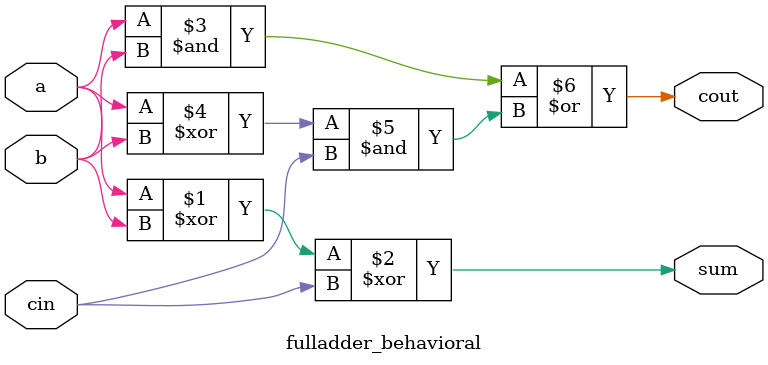
<source format=sv>
`timescale 1ns / 1ps


module fulladder_behavioral(input logic a,b,cin, output logic sum, cout);
    assign sum = (a ^ b) ^ cin;
    assign cout = (a & b) | ((a ^ b) & cin);
endmodule

</source>
